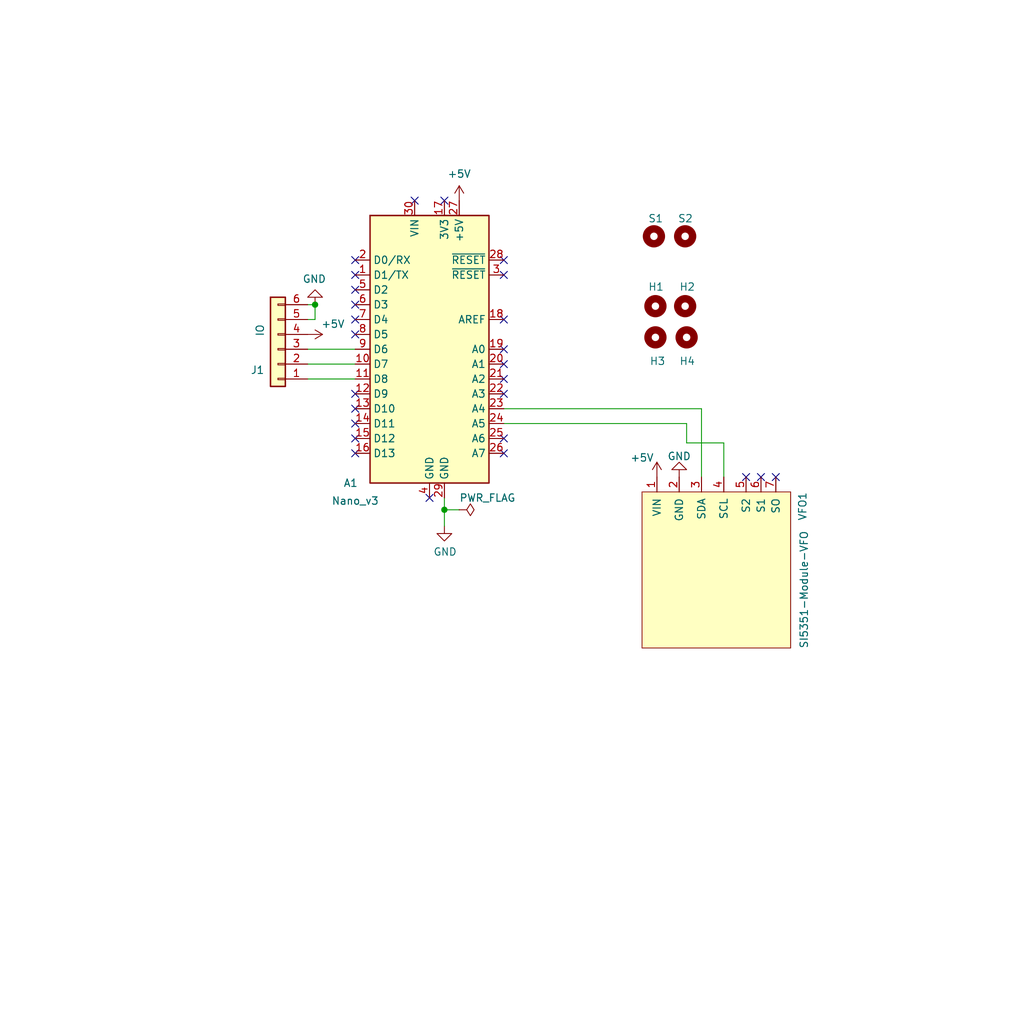
<source format=kicad_sch>
(kicad_sch (version 20211123) (generator eeschema)
  (paper "User" 175.006 175.006)
  (title_block (title "Easy-Digital-Beacon") (date "2022-02-03") (rev "V0.01") (company "Dhiru Kholia (VU3CER)"))
  (lib_symbols
    (symbol "Connector_Generic:Conn_01x06" (pin_names (offset 1.016) hide)
      (property "Reference" "J" (at 0 7.62 0))
      (property "Value" "Conn_01x06" (at 0 -10.16 0))
      (symbol "Conn_01x06_1_1"
        (rectangle (start -1.27 -7.493) (end 0 -7.747) (stroke (width 0.1524)))
        (rectangle (start -1.27 -4.953) (end 0 -5.207) (stroke (width 0.1524)))
        (rectangle (start -1.27 -2.413) (end 0 -2.667) (stroke (width 0.1524)))
        (rectangle (start -1.27 0.127) (end 0 -0.127) (stroke (width 0.1524)))
        (rectangle (start -1.27 2.667) (end 0 2.413) (stroke (width 0.1524)))
        (rectangle (start -1.27 5.207) (end 0 4.953) (stroke (width 0.1524)))
        (rectangle (start -1.27 6.35) (end 1.27 -8.89) (stroke (width 0.254)) (fill (type background)))
        (pin passive line (at -5.08 5.08 0) (length 3.81) (name "Pin_1") (number "1"))
        (pin passive line (at -5.08 2.54 0) (length 3.81) (name "Pin_2") (number "2"))
        (pin passive line (at -5.08 0 0) (length 3.81) (name "Pin_3") (number "3"))
        (pin passive line (at -5.08 -2.54 0) (length 3.81) (name "Pin_4") (number "4"))
        (pin passive line (at -5.08 -5.08 0) (length 3.81) (name "Pin_5") (number "5"))
        (pin passive line (at -5.08 -7.62 0) (length 3.81) (name "Pin_6") (number "6"))
      )
    )
    (symbol "Control-Board-rescue:SI5351Module_2-VFO-SDR_SSB-rescue-Hack-v1-rescue" (pin_names (offset 1.016))
      (property "Reference" "U" (at 0 0 0))
      (property "Value" "SI5351Module_2-VFO-SDR_SSB-rescue-Hack-v1-rescue" (at 0 0 0))
      (symbol "SI5351Module_2-VFO-SDR_SSB-rescue-Hack-v1-rescue_0_1"
        (rectangle (start -12.7 12.7) (end 13.97 -12.7) (fill (type background)))
      )
      (symbol "SI5351Module_2-VFO-SDR_SSB-rescue-Hack-v1-rescue_1_1"
        (pin input line (at -15.24 -10.16 0) (length 2.54) (name "VIN") (number "1"))
        (pin input line (at -15.24 -6.35 0) (length 2.54) (name "GND") (number "2"))
        (pin input line (at -15.24 -2.54 0) (length 2.54) (name "SDA") (number "3"))
        (pin input line (at -15.24 1.27 0) (length 2.54) (name "SCL") (number "4"))
        (pin output line (at -15.24 5.08 0) (length 2.54) (name "S2") (number "5"))
        (pin output line (at -15.24 7.62 0) (length 2.54) (name "S1") (number "6"))
        (pin output line (at -15.24 10.16 0) (length 2.54) (name "SO") (number "7"))
      )
    )
    (symbol "MCU_Module:Arduino_Nano_v3.x"
      (property "Reference" "A" (at -10.16 23.495 0))
      (property "Value" "Arduino_Nano_v3.x" (at 5.08 -24.13 0))
      (symbol "Arduino_Nano_v3.x_0_1"
        (rectangle (start -10.16 22.86) (end 10.16 -22.86) (stroke (width 0.254)) (fill (type background)))
      )
      (symbol "Arduino_Nano_v3.x_1_1"
        (pin bidirectional line (at -12.7 12.7 0) (length 2.54) (name "D1/TX") (number "1"))
        (pin bidirectional line (at -12.7 -2.54 0) (length 2.54) (name "D7") (number "10"))
        (pin bidirectional line (at -12.7 -5.08 0) (length 2.54) (name "D8") (number "11"))
        (pin bidirectional line (at -12.7 -7.62 0) (length 2.54) (name "D9") (number "12"))
        (pin bidirectional line (at -12.7 -10.16 0) (length 2.54) (name "D10") (number "13"))
        (pin bidirectional line (at -12.7 -12.7 0) (length 2.54) (name "D11") (number "14"))
        (pin bidirectional line (at -12.7 -15.24 0) (length 2.54) (name "D12") (number "15"))
        (pin bidirectional line (at -12.7 -17.78 0) (length 2.54) (name "D13") (number "16"))
        (pin power_out line (at 2.54 25.4 270) (length 2.54) (name "3V3") (number "17"))
        (pin input line (at 12.7 5.08 180) (length 2.54) (name "AREF") (number "18"))
        (pin bidirectional line (at 12.7 0 180) (length 2.54) (name "A0") (number "19"))
        (pin bidirectional line (at -12.7 15.24 0) (length 2.54) (name "D0/RX") (number "2"))
        (pin bidirectional line (at 12.7 -2.54 180) (length 2.54) (name "A1") (number "20"))
        (pin bidirectional line (at 12.7 -5.08 180) (length 2.54) (name "A2") (number "21"))
        (pin bidirectional line (at 12.7 -7.62 180) (length 2.54) (name "A3") (number "22"))
        (pin bidirectional line (at 12.7 -10.16 180) (length 2.54) (name "A4") (number "23"))
        (pin bidirectional line (at 12.7 -12.7 180) (length 2.54) (name "A5") (number "24"))
        (pin bidirectional line (at 12.7 -15.24 180) (length 2.54) (name "A6") (number "25"))
        (pin bidirectional line (at 12.7 -17.78 180) (length 2.54) (name "A7") (number "26"))
        (pin power_out line (at 5.08 25.4 270) (length 2.54) (name "+5V") (number "27"))
        (pin input line (at 12.7 15.24 180) (length 2.54) (name "~{RESET}") (number "28"))
        (pin power_in line (at 2.54 -25.4 90) (length 2.54) (name "GND") (number "29"))
        (pin input line (at 12.7 12.7 180) (length 2.54) (name "~{RESET}") (number "3"))
        (pin power_in line (at -2.54 25.4 270) (length 2.54) (name "VIN") (number "30"))
        (pin power_in line (at 0 -25.4 90) (length 2.54) (name "GND") (number "4"))
        (pin bidirectional line (at -12.7 10.16 0) (length 2.54) (name "D2") (number "5"))
        (pin bidirectional line (at -12.7 7.62 0) (length 2.54) (name "D3") (number "6"))
        (pin bidirectional line (at -12.7 5.08 0) (length 2.54) (name "D4") (number "7"))
        (pin bidirectional line (at -12.7 2.54 0) (length 2.54) (name "D5") (number "8"))
        (pin bidirectional line (at -12.7 0 0) (length 2.54) (name "D6") (number "9"))
      )
    )
    (symbol "Mechanical:MountingHole" (pin_names (offset 1.016))
      (property "Reference" "H" (at 0 5.08 0))
      (property "Value" "MountingHole" (at 0 3.175 0))
      (symbol "MountingHole_0_1"
        (circle (center 0 0) (radius 1.27) (stroke (width 1.27)))
      )
    )
    (symbol "power:+5V" (power) (pin_names (offset 0))
      (property "Value" "+5V" (at 0 3.556 0))
      (symbol "+5V_0_1"
        (polyline (pts (xy -0.762 1.27) (xy 0 2.54)))
        (polyline (pts (xy 0 0) (xy 0 2.54)))
        (polyline (pts (xy 0 2.54) (xy 0.762 1.27)))
      )
      (symbol "+5V_1_1"
        (pin power_in line (at 0 0 90) (length 0) hide (name "+5V") (number "1"))
      )
    )
    (symbol "power:GND" (power) (pin_names (offset 0))
      (property "Value" "GND" (at 0 -3.81 0))
      (symbol "GND_0_1"
        (polyline (pts (xy 0 0) (xy 0 -1.27) (xy 1.27 -1.27) (xy 0 -2.54) (xy -1.27 -1.27) (xy 0 -1.27)))
      )
      (symbol "GND_1_1"
        (pin power_in line (at 0 0 270) (length 0) hide (name "GND") (number "1"))
      )
    )
    (symbol "power:PWR_FLAG" (power) (pin_numbers hide) (pin_names (offset 0) hide)
      (property "Value" "PWR_FLAG" (at 0 3.81 0))
      (symbol "PWR_FLAG_0_0"
        (pin power_out line (at 0 0 90) (length 0) (name "pwr") (number "1"))
      )
      (symbol "PWR_FLAG_0_1"
        (polyline (pts (xy 0 0) (xy 0 1.27) (xy -1.016 1.905) (xy 0 2.54) (xy 1.016 1.905) (xy 0 1.27)))
      )
    )
  )
  (junction (at 75.946 87.122))
  (junction (at 53.848 52.07))
  (no_connect (at 86.106 59.69))
  (no_connect (at 86.106 54.61))
  (no_connect (at 86.106 62.23))
  (no_connect (at 130.048 81.534))
  (no_connect (at 132.588 81.534))
  (no_connect (at 86.106 64.77))
  (no_connect (at 127.508 81.534))
  (no_connect (at 60.706 54.61))
  (no_connect (at 60.706 57.15))
  (no_connect (at 60.706 67.31))
  (no_connect (at 60.706 69.85))
  (no_connect (at 60.706 72.39))
  (no_connect (at 86.106 44.45))
  (no_connect (at 70.866 34.29))
  (no_connect (at 75.946 34.29))
  (no_connect (at 73.406 85.09))
  (no_connect (at 60.706 77.47))
  (no_connect (at 60.706 74.93))
  (no_connect (at 60.706 46.99))
  (no_connect (at 60.706 52.07))
  (no_connect (at 60.706 49.53))
  (no_connect (at 86.106 46.99))
  (no_connect (at 60.706 44.45))
  (no_connect (at 86.106 77.47))
  (no_connect (at 86.106 74.93))
  (no_connect (at 86.106 67.31))
  (wire (pts (xy 52.578 52.07) (xy 53.848 52.07)))
  (wire (pts (xy 75.946 85.09) (xy 75.946 87.122)))
  (wire (pts (xy 52.578 64.77) (xy 60.706 64.77)))
  (wire (pts (xy 52.578 62.23) (xy 60.706 62.23)))
  (wire (pts (xy 75.946 87.122) (xy 75.946 89.916)))
  (wire (pts (xy 123.698 75.692) (xy 123.698 81.534)))
  (wire (pts (xy 52.578 59.69) (xy 60.706 59.69)))
  (wire (pts (xy 53.848 54.61) (xy 52.578 54.61)))
  (wire (pts (xy 86.106 69.85) (xy 119.888 69.85)))
  (wire (pts (xy 117.348 72.39) (xy 117.348 75.692)))
  (wire (pts (xy 75.946 87.122) (xy 78.486 87.122)))
  (wire (pts (xy 53.848 52.07) (xy 53.848 54.61)))
  (wire (pts (xy 86.106 72.39) (xy 117.348 72.39)))
  (wire (pts (xy 119.888 69.85) (xy 119.888 81.534)))
  (wire (pts (xy 117.348 75.692) (xy 123.698 75.692)))
  (symbol (lib_id "Control-Board-rescue:SI5351Module_2-VFO-SDR_SSB-rescue-Hack-v1-rescue") (at 122.428 96.774 270) (unit 1)
    (property "Reference" "VFO1" (at 137.16 84.074 0) (effects (justify left)))
    (property "Value" "SI5351-Module-VFO" (at 137.414 90.678 0) (effects (justify left)))
    (property "Footprint" "Connector_PinSocket_2.54mm:PinSocket_1x07_P2.54mm_Vertical" (effects hide))
  )
  (symbol (lib_id "power:GND") (at 116.078 81.534 180) (unit 1)
    (property "Reference" "#PWR0108" (effects hide))
    (property "Value" "GND" (at 116.078 77.978 0))
  )
  (symbol (lib_id "power:GND") (at 53.848 52.07 180) (unit 1)
    (property "Reference" "#PWR0105" (effects hide))
    (property "Value" "GND" (at 53.721 47.6758 0))
  )
  (symbol (lib_id "power:GND") (at 75.946 89.916 0) (unit 1)
    (property "Reference" "#PWR0111" (effects hide))
    (property "Value" "GND" (at 76.073 94.3102 0))
  )
  (symbol (lib_id "Connector_Generic:Conn_01x06") (at 47.498 59.69 180) (unit 1)
    (property "Reference" "J1" (at 45.212 63.246 0) (effects (justify left)))
    (property "Value" "IO" (at 44.45 55.372 90) (effects (justify left)))
    (property "Footprint" "Connector_PinHeader_2.54mm:PinHeader_1x06_P2.54mm_Vertical" (effects hide))
  )
  (symbol (lib_id "power:PWR_FLAG") (at 78.486 87.122 270) (unit 1)
    (property "Reference" "#FLG0102" (effects hide))
    (property "Value" "PWR_FLAG" (at 78.486 85.09 90) (effects (justify left)))
  )
  (symbol (lib_id "Mechanical:MountingHole") (at 117.348 57.658 0) (unit 1)
    (property "Reference" "H4" (at 116.078 61.722 0) (effects (justify left)))
    (property "Value" "MountingHole" (effects hide))
    (property "Footprint" "MountingHole:MountingHole_2.2mm_M2" (effects hide))
  )
  (symbol (lib_id "power:+5V") (at 52.578 57.15 270) (unit 1)
    (property "Reference" "#PWR01" (effects hide))
    (property "Value" "+5V" (at 54.864 55.372 90) (effects (justify left)))
  )
  (symbol (lib_id "Mechanical:MountingHole") (at 117.094 52.324 0) (unit 1)
    (property "Reference" "H2" (at 116.078 49.022 0) (effects (justify left)))
    (property "Value" "MountingHole" (effects hide))
    (property "Footprint" "MountingHole:MountingHole_2.2mm_M2" (effects hide))
  )
  (symbol (lib_id "MCU_Module:Arduino_Nano_v3.x") (at 73.406 59.69 0) (unit 1)
    (property "Reference" "A1" (at 58.674 82.55 0) (effects (justify left)))
    (property "Value" "Nano_v3" (at 56.642 85.598 0) (effects (justify left)))
    (property "Footprint" "Module:Arduino_Nano" (effects hide))
    (property "Datasheet" "http://www.mouser.com/pdfdocs/Gravitech_Arduino_Nano3_0.pdf" (effects hide))
  )
  (symbol (lib_id "power:+5V") (at 112.268 81.534 0) (unit 1)
    (property "Reference" "#PWR03" (effects hide))
    (property "Value" "+5V" (at 109.728 78.232 0))
  )
  (symbol (lib_id "Mechanical:MountingHole") (at 117.094 40.386 0) (unit 1)
    (property "Reference" "S2" (at 115.824 37.338 0) (effects (justify left)))
    (property "Value" "MountingHole" (effects hide))
    (property "Footprint" "MountingHole:MountingHole_2.7mm_M2.5" (effects hide))
  )
  (symbol (lib_id "Mechanical:MountingHole") (at 112.014 57.658 0) (unit 1)
    (property "Reference" "H3" (at 110.998 61.722 0) (effects (justify left)))
    (property "Value" "MountingHole" (effects hide))
    (property "Footprint" "MountingHole:MountingHole_2.2mm_M2" (effects hide))
  )
  (symbol (lib_id "Mechanical:MountingHole") (at 112.014 52.324 0) (unit 1)
    (property "Reference" "H1" (at 110.744 49.022 0) (effects (justify left)))
    (property "Value" "MountingHole" (effects hide))
    (property "Footprint" "MountingHole:MountingHole_2.2mm_M2" (effects hide))
  )
  (symbol (lib_id "power:+5V") (at 78.486 34.29 0) (unit 1)
    (property "Reference" "#PWR02" (effects hide))
    (property "Value" "+5V" (at 78.486 29.718 0))
  )
  (symbol (lib_id "Mechanical:MountingHole") (at 111.76 40.386 0) (unit 1)
    (property "Reference" "S1" (at 110.744 37.338 0) (effects (justify left)))
    (property "Value" "MountingHole" (effects hide))
    (property "Footprint" "MountingHole:MountingHole_2.7mm_M2.5" (effects hide))
  )
)
</source>
